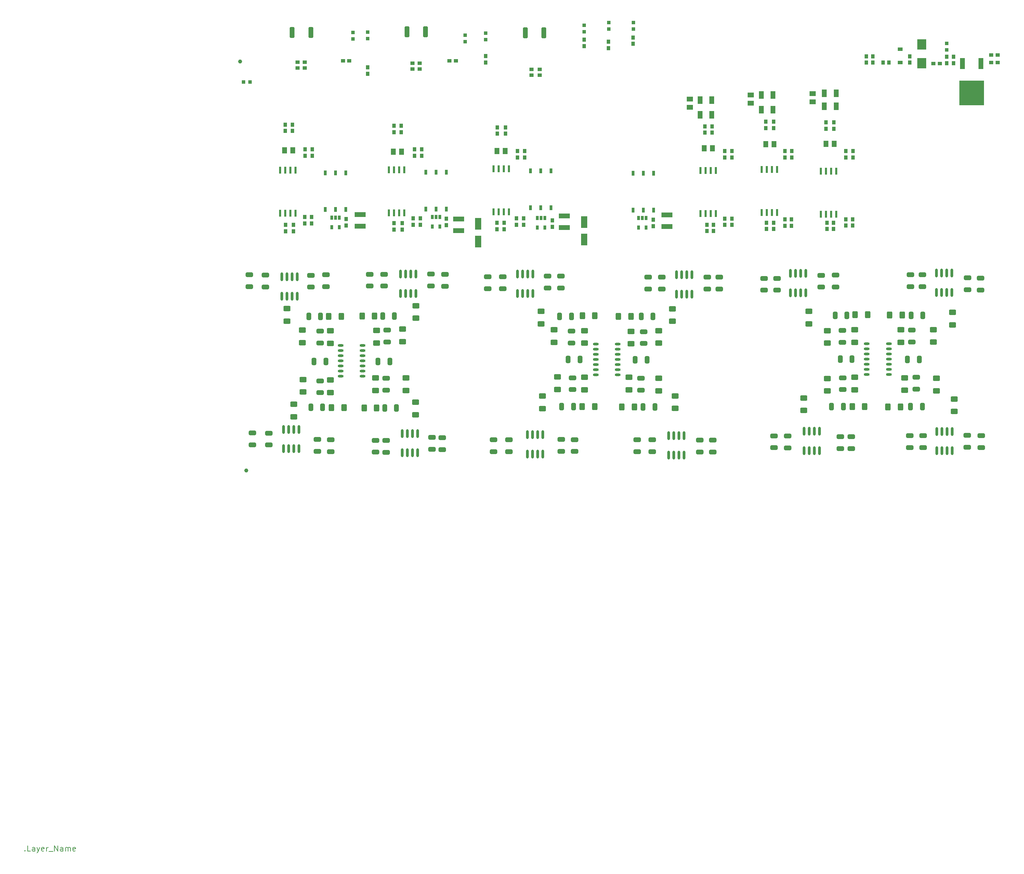
<source format=gbr>
%TF.GenerationSoftware,KiCad,Pcbnew,(5.99.0-10177-gd878cbddbc)*%
%TF.CreationDate,2021-05-11T02:45:32+02:00*%
%TF.ProjectId,TIDA-00555_E2,54494441-2d30-4303-9535-355f45322e6b,rev?*%
%TF.SameCoordinates,Original*%
%TF.FileFunction,Paste,Top*%
%TF.FilePolarity,Positive*%
%FSLAX46Y46*%
G04 Gerber Fmt 4.6, Leading zero omitted, Abs format (unit mm)*
G04 Created by KiCad (PCBNEW (5.99.0-10177-gd878cbddbc)) date 2021-05-11 02:45:32*
%MOMM*%
%LPD*%
G01*
G04 APERTURE LIST*
G04 Aperture macros list*
%AMRoundRect*
0 Rectangle with rounded corners*
0 $1 Rounding radius*
0 $2 $3 $4 $5 $6 $7 $8 $9 X,Y pos of 4 corners*
0 Add a 4 corners polygon primitive as box body*
4,1,4,$2,$3,$4,$5,$6,$7,$8,$9,$2,$3,0*
0 Add four circle primitives for the rounded corners*
1,1,$1+$1,$2,$3*
1,1,$1+$1,$4,$5*
1,1,$1+$1,$6,$7*
1,1,$1+$1,$8,$9*
0 Add four rect primitives between the rounded corners*
20,1,$1+$1,$2,$3,$4,$5,0*
20,1,$1+$1,$4,$5,$6,$7,0*
20,1,$1+$1,$6,$7,$8,$9,0*
20,1,$1+$1,$8,$9,$2,$3,0*%
G04 Aperture macros list end*
%ADD10C,0.203200*%
%ADD11R,0.600000X1.800000*%
%ADD12RoundRect,0.249900X-0.362600X-1.075100X0.362600X-1.075100X0.362600X1.075100X-0.362600X1.075100X0*%
%ADD13R,0.939800X0.990600*%
%ADD14O,0.599999X2.200001*%
%ADD15RoundRect,0.250000X0.625000X-0.400000X0.625000X0.400000X-0.625000X0.400000X-0.625000X-0.400000X0*%
%ADD16RoundRect,0.250000X0.650000X-0.325000X0.650000X0.325000X-0.650000X0.325000X-0.650000X-0.325000X0*%
%ADD17RoundRect,0.249550X0.650450X-0.325450X0.650450X0.325450X-0.650450X0.325450X-0.650450X-0.325450X0*%
%ADD18RoundRect,0.250000X-0.650000X0.325000X-0.650000X-0.325000X0.650000X-0.325000X0.650000X0.325000X0*%
%ADD19RoundRect,0.249550X-0.650450X0.325450X-0.650450X-0.325450X0.650450X-0.325450X0.650450X0.325450X0*%
%ADD20RoundRect,0.250000X-0.400000X-0.625000X0.400000X-0.625000X0.400000X0.625000X-0.400000X0.625000X0*%
%ADD21R,0.990600X0.939800*%
%ADD22R,1.219200X0.914400*%
%ADD23RoundRect,0.249550X0.325450X0.650450X-0.325450X0.650450X-0.325450X-0.650450X0.325450X-0.650450X0*%
%ADD24RoundRect,0.250000X0.325000X0.650000X-0.325000X0.650000X-0.325000X-0.650000X0.325000X-0.650000X0*%
%ADD25RoundRect,0.250000X-0.325000X-0.650000X0.325000X-0.650000X0.325000X0.650000X-0.325000X0.650000X0*%
%ADD26RoundRect,0.250000X-0.625000X0.400000X-0.625000X-0.400000X0.625000X-0.400000X0.625000X0.400000X0*%
%ADD27R,2.692400X1.295400*%
%ADD28R,0.812800X0.812800*%
%ADD29RoundRect,0.249600X-0.625400X0.400400X-0.625400X-0.400400X0.625400X-0.400400X0.625400X0.400400X0*%
%ADD30R,1.295400X1.828800*%
%ADD31RoundRect,0.250000X0.400000X0.625000X-0.400000X0.625000X-0.400000X-0.625000X0.400000X-0.625000X0*%
%ADD32R,0.635000X1.270000*%
%ADD33RoundRect,0.249600X0.625400X-0.400400X0.625400X0.400400X-0.625400X0.400400X-0.625400X-0.400400X0*%
%ADD34R,0.635000X1.092200*%
%ADD35C,0.990600*%
%ADD36R,1.270000X1.600200*%
%ADD37R,1.600200X1.270000*%
%ADD38O,1.450000X0.599999*%
%ADD39R,1.574800X2.997200*%
%ADD40R,2.286000X2.540000*%
%ADD41R,1.193800X2.794000*%
%ADD42R,6.096000X6.096000*%
G04 APERTURE END LIST*
D10*
X27628508Y-229054572D02*
X27695274Y-229118048D01*
X27628508Y-229181524D01*
X27561742Y-229118048D01*
X27628508Y-229054572D01*
X27628508Y-229181524D01*
X28963822Y-229181524D02*
X28296165Y-229181524D01*
X28296165Y-227848532D01*
X30032074Y-229181524D02*
X30032074Y-228483290D01*
X29965308Y-228356338D01*
X29831777Y-228292862D01*
X29564714Y-228292862D01*
X29431182Y-228356338D01*
X30032074Y-229118048D02*
X29898542Y-229181524D01*
X29564714Y-229181524D01*
X29431182Y-229118048D01*
X29364417Y-228991096D01*
X29364417Y-228864145D01*
X29431182Y-228737193D01*
X29564714Y-228673717D01*
X29898542Y-228673717D01*
X30032074Y-228610241D01*
X30566200Y-228292862D02*
X30900028Y-229181524D01*
X31233857Y-228292862D02*
X30900028Y-229181524D01*
X30766497Y-229498903D01*
X30699731Y-229562379D01*
X30566200Y-229625854D01*
X32302108Y-229118048D02*
X32168577Y-229181524D01*
X31901514Y-229181524D01*
X31767982Y-229118048D01*
X31701217Y-228991096D01*
X31701217Y-228483290D01*
X31767982Y-228356338D01*
X31901514Y-228292862D01*
X32168577Y-228292862D01*
X32302108Y-228356338D01*
X32368874Y-228483290D01*
X32368874Y-228610241D01*
X31701217Y-228737193D01*
X32969765Y-229181524D02*
X32969765Y-228292862D01*
X32969765Y-228546766D02*
X33036531Y-228419814D01*
X33103297Y-228356338D01*
X33236828Y-228292862D01*
X33370360Y-228292862D01*
X33503891Y-229308475D02*
X34572142Y-229308475D01*
X34905971Y-229181524D02*
X34905971Y-227848532D01*
X35707160Y-229181524D01*
X35707160Y-227848532D01*
X36975708Y-229181524D02*
X36975708Y-228483290D01*
X36908942Y-228356338D01*
X36775411Y-228292862D01*
X36508348Y-228292862D01*
X36374817Y-228356338D01*
X36975708Y-229118048D02*
X36842177Y-229181524D01*
X36508348Y-229181524D01*
X36374817Y-229118048D01*
X36308051Y-228991096D01*
X36308051Y-228864145D01*
X36374817Y-228737193D01*
X36508348Y-228673717D01*
X36842177Y-228673717D01*
X36975708Y-228610241D01*
X37643365Y-229181524D02*
X37643365Y-228292862D01*
X37643365Y-228419814D02*
X37710131Y-228356338D01*
X37843662Y-228292862D01*
X38043960Y-228292862D01*
X38177491Y-228356338D01*
X38244257Y-228483290D01*
X38244257Y-229181524D01*
X38244257Y-228483290D02*
X38311022Y-228356338D01*
X38444554Y-228292862D01*
X38644851Y-228292862D01*
X38778382Y-228356338D01*
X38845148Y-228483290D01*
X38845148Y-229181524D01*
X40046931Y-229118048D02*
X39913400Y-229181524D01*
X39646337Y-229181524D01*
X39512805Y-229118048D01*
X39446040Y-228991096D01*
X39446040Y-228483290D01*
X39512805Y-228356338D01*
X39646337Y-228292862D01*
X39913400Y-228292862D01*
X40046931Y-228356338D01*
X40113697Y-228483290D01*
X40113697Y-228610241D01*
X39446040Y-228737193D01*
D11*
%TO.C,U1*%
X94615000Y-60462100D03*
X93345000Y-60462100D03*
X92075000Y-60462100D03*
X90805000Y-60462100D03*
X90805000Y-71122100D03*
X92075000Y-71122100D03*
X93345000Y-71122100D03*
X94615000Y-71122100D03*
%TD*%
%TO.C,U14*%
X228422200Y-60766900D03*
X227152200Y-60766900D03*
X225882200Y-60766900D03*
X224612200Y-60766900D03*
X224612200Y-71426900D03*
X225882200Y-71426900D03*
X227152200Y-71426900D03*
X228422200Y-71426900D03*
%TD*%
%TO.C,U12*%
X213791800Y-60309700D03*
X212521800Y-60309700D03*
X211251800Y-60309700D03*
X209981800Y-60309700D03*
X209981800Y-70969700D03*
X211251800Y-70969700D03*
X212521800Y-70969700D03*
X213791800Y-70969700D03*
%TD*%
%TO.C,U11*%
X198653400Y-60563700D03*
X197383400Y-60563700D03*
X196113400Y-60563700D03*
X194843400Y-60563700D03*
X194843400Y-71223700D03*
X196113400Y-71223700D03*
X197383400Y-71223700D03*
X198653400Y-71223700D03*
%TD*%
%TO.C,U5*%
X147447000Y-60157300D03*
X146177000Y-60157300D03*
X144907000Y-60157300D03*
X143637000Y-60157300D03*
X143637000Y-70817300D03*
X144907000Y-70817300D03*
X146177000Y-70817300D03*
X147447000Y-70817300D03*
%TD*%
%TO.C,U3*%
X121539000Y-60411300D03*
X120269000Y-60411300D03*
X118999000Y-60411300D03*
X117729000Y-60411300D03*
X117729000Y-71071300D03*
X118999000Y-71071300D03*
X120269000Y-71071300D03*
X121539000Y-71071300D03*
%TD*%
D12*
%TO.C,R1*%
X93750300Y-26365200D03*
X98375300Y-26365200D03*
%TD*%
%TO.C,R9*%
X122147500Y-26212800D03*
X126772500Y-26212800D03*
%TD*%
%TO.C,R22*%
X156084100Y-26416000D03*
X151459100Y-26416000D03*
%TD*%
D13*
%TO.C,R4*%
X93786800Y-49199800D03*
X93786800Y-50774600D03*
%TD*%
%TO.C,C43*%
X217459400Y-55727600D03*
X217459400Y-57302400D03*
%TD*%
D14*
%TO.C,U31*%
X153369400Y-86195200D03*
X152099400Y-86195200D03*
X150829400Y-86195200D03*
X149559400Y-86195200D03*
X149559400Y-90995200D03*
X150829400Y-90995200D03*
X152099400Y-90995200D03*
X153369400Y-90995200D03*
%TD*%
D15*
%TO.C,R109*%
X184505600Y-103353200D03*
X184505600Y-100253200D03*
%TD*%
D14*
%TO.C,U29*%
X120980200Y-130517600D03*
X122250200Y-130517600D03*
X123520200Y-130517600D03*
X124790200Y-130517600D03*
X124790200Y-125717600D03*
X123520200Y-125717600D03*
X122250200Y-125717600D03*
X120980200Y-125717600D03*
%TD*%
D16*
%TO.C,C196*%
X199491600Y-89949200D03*
D17*
X199491600Y-86999200D03*
%TD*%
D18*
%TO.C,C24*%
X100634800Y-112672600D03*
D19*
X100634800Y-115622600D03*
%TD*%
D15*
%TO.C,R30*%
X96266000Y-103200800D03*
X96266000Y-100100800D03*
%TD*%
D16*
%TO.C,C210*%
X224739200Y-89460600D03*
D17*
X224739200Y-86510600D03*
%TD*%
D15*
%TO.C,R113*%
X184454800Y-115138800D03*
X184454800Y-112038800D03*
%TD*%
D20*
%TO.C,R50*%
X111581600Y-119380000D03*
X114681600Y-119380000D03*
%TD*%
D21*
%TO.C,FB10*%
X254050800Y-34061400D03*
X252476000Y-34061400D03*
%TD*%
D22*
%TO.C,D13*%
X244246400Y-33782000D03*
X244246400Y-30530800D03*
%TD*%
D16*
%TO.C,C222*%
X260828000Y-129135400D03*
D17*
X260828000Y-126185400D03*
%TD*%
D21*
%TO.C,FB6*%
X155051600Y-35458400D03*
X155051600Y-36931600D03*
%TD*%
D23*
%TO.C,C186*%
X117959400Y-107848400D03*
D24*
X115009400Y-107848400D03*
%TD*%
D16*
%TO.C,C223*%
X264363200Y-129186200D03*
D17*
X264363200Y-126236200D03*
%TD*%
D25*
%TO.C,C22*%
X97839000Y-96672400D03*
X100789000Y-96672400D03*
%TD*%
D13*
%TO.C,C31*%
X98739800Y-55346600D03*
X98739800Y-56921400D03*
%TD*%
D26*
%TO.C,R112*%
X188518800Y-116407600D03*
X188518800Y-119507600D03*
%TD*%
%TO.C,R42*%
X121056400Y-99846800D03*
X121056400Y-102946800D03*
%TD*%
D18*
%TO.C,C215*%
X246786400Y-86360000D03*
D19*
X246786400Y-89310000D03*
%TD*%
D27*
%TO.C,C25*%
X161096800Y-74726800D03*
X161096800Y-71831200D03*
%TD*%
D28*
%TO.C,D2*%
X108772800Y-27990800D03*
X108772800Y-26365200D03*
%TD*%
D15*
%TO.C,R46*%
X124307600Y-121082400D03*
X124307600Y-117982400D03*
%TD*%
D28*
%TO.C,D6*%
X166049800Y-26212800D03*
X166049800Y-24587200D03*
%TD*%
D26*
%TO.C,R48*%
X121920000Y-111988000D03*
X121920000Y-115088000D03*
%TD*%
D18*
%TO.C,C213*%
X213817200Y-87272600D03*
D19*
X213817200Y-90222600D03*
%TD*%
D29*
%TO.C,R110*%
X177596800Y-100405600D03*
D26*
X177596800Y-103505600D03*
%TD*%
D18*
%TO.C,C204*%
X179158900Y-127290300D03*
D19*
X179158900Y-130240300D03*
%TD*%
D13*
%TO.C,C56*%
X151038400Y-72415400D03*
X151038400Y-73990200D03*
%TD*%
%TO.C,C62*%
X217383200Y-72669400D03*
X217383200Y-74244200D03*
%TD*%
D16*
%TO.C,C202*%
X197904100Y-130291100D03*
D17*
X197904100Y-127341100D03*
%TD*%
D13*
%TO.C,R76*%
X255803400Y-32385000D03*
X255803400Y-33959800D03*
%TD*%
%TO.C,C38*%
X151292400Y-55727600D03*
X151292400Y-57302400D03*
%TD*%
D30*
%TO.C,R72*%
X209890200Y-41808400D03*
X212785800Y-41808400D03*
%TD*%
D27*
%TO.C,C14*%
X134934800Y-75438000D03*
X134934800Y-72542400D03*
%TD*%
D13*
%TO.C,C5*%
X107121800Y-74193400D03*
X107121800Y-72618600D03*
%TD*%
%TO.C,R26*%
X146593400Y-49860200D03*
X146593400Y-51435000D03*
%TD*%
%TO.C,R57*%
X178140200Y-27584400D03*
X178140200Y-29159200D03*
%TD*%
D31*
%TO.C,R111*%
X177622800Y-96672400D03*
X174522800Y-96672400D03*
%TD*%
D13*
%TO.C,C8*%
X149539800Y-57302400D03*
X149539800Y-55727600D03*
%TD*%
D30*
%TO.C,R84*%
X225511200Y-44627800D03*
X228406800Y-44627800D03*
%TD*%
D20*
%TO.C,R131*%
X241680400Y-96367600D03*
X244780400Y-96367600D03*
%TD*%
D24*
%TO.C,C207*%
X165000200Y-107340400D03*
D23*
X162050200Y-107340400D03*
%TD*%
D26*
%TO.C,R129*%
X252476000Y-99999200D03*
X252476000Y-103099200D03*
%TD*%
D13*
%TO.C,C3*%
X124012800Y-56921400D03*
X124012800Y-55346600D03*
%TD*%
D26*
%TO.C,R36*%
X103225600Y-112496000D03*
D29*
X103225600Y-115596000D03*
%TD*%
D15*
%TO.C,R38*%
X124409200Y-97155600D03*
X124409200Y-94055600D03*
%TD*%
D26*
%TO.C,R132*%
X220421200Y-116915600D03*
X220421200Y-120015600D03*
%TD*%
D18*
%TO.C,C212*%
X210566000Y-87272600D03*
D19*
X210566000Y-90222600D03*
%TD*%
D13*
%TO.C,C64*%
X215706800Y-74244200D03*
X215706800Y-72669400D03*
%TD*%
D16*
%TO.C,C216*%
X260961400Y-90121000D03*
D17*
X260961400Y-87171000D03*
%TD*%
D24*
%TO.C,C227*%
X232359200Y-107289600D03*
D23*
X229409200Y-107289600D03*
%TD*%
D13*
%TO.C,C52*%
X235864400Y-33832800D03*
X235864400Y-32258000D03*
%TD*%
D32*
%TO.C,T2*%
X126806800Y-70104000D03*
X129346800Y-70104000D03*
X131886800Y-70104000D03*
X131886800Y-60985400D03*
X129346800Y-60985400D03*
X126806800Y-60985400D03*
%TD*%
D33*
%TO.C,R122*%
X166116000Y-114884800D03*
D15*
X166116000Y-111784800D03*
%TD*%
D18*
%TO.C,C164*%
X248208800Y-111809000D03*
D19*
X248208800Y-114759000D03*
%TD*%
D18*
%TO.C,C48*%
X163169600Y-111910600D03*
D19*
X163169600Y-114860600D03*
%TD*%
D27*
%TO.C,C50*%
X186547600Y-74472800D03*
X186547600Y-71577200D03*
%TD*%
D16*
%TO.C,C35*%
X117246400Y-103075000D03*
D17*
X117246400Y-100125000D03*
%TD*%
D24*
%TO.C,C29*%
X101297000Y-119227600D03*
X98347000Y-119227600D03*
%TD*%
D13*
%TO.C,C19*%
X230819800Y-57302400D03*
X230819800Y-55727600D03*
%TD*%
D16*
%TO.C,C191*%
X157001600Y-89663800D03*
D17*
X157001600Y-86713800D03*
%TD*%
D21*
%TO.C,C66*%
X266827000Y-33807400D03*
X268401800Y-33807400D03*
%TD*%
D32*
%TO.C,T1*%
X101914800Y-70231000D03*
X104454800Y-70231000D03*
X106994800Y-70231000D03*
X106994800Y-61112400D03*
X104454800Y-61112400D03*
X101914800Y-61112400D03*
%TD*%
D21*
%TO.C,FB5*%
X153019600Y-35458400D03*
X153019600Y-36931600D03*
%TD*%
D13*
%TO.C,FB7*%
X241477800Y-33782000D03*
X240004600Y-33782000D03*
%TD*%
D14*
%TO.C,U36*%
X220903800Y-86042800D03*
X219633800Y-86042800D03*
X218363800Y-86042800D03*
X217093800Y-86042800D03*
X217093800Y-90842800D03*
X218363800Y-90842800D03*
X219633800Y-90842800D03*
X220903800Y-90842800D03*
%TD*%
D25*
%TO.C,C41*%
X180592200Y-119176800D03*
X183542200Y-119176800D03*
%TD*%
D16*
%TO.C,C158*%
X229971600Y-103125800D03*
D17*
X229971600Y-100175800D03*
%TD*%
D34*
%TO.C,U4*%
X130286600Y-72085200D03*
X129346800Y-72085200D03*
X128407000Y-72085200D03*
X128407000Y-74472800D03*
X130286600Y-74472800D03*
%TD*%
D31*
%TO.C,R115*%
X178486400Y-119176800D03*
X175386400Y-119176800D03*
%TD*%
D34*
%TO.C,U10*%
X181391400Y-72339200D03*
X180451600Y-72339200D03*
X179511800Y-72339200D03*
X179511800Y-74726800D03*
X181391400Y-74726800D03*
%TD*%
D16*
%TO.C,C183*%
X130911600Y-129694200D03*
D17*
X130911600Y-126744200D03*
%TD*%
D18*
%TO.C,C219*%
X213055200Y-126303500D03*
D19*
X213055200Y-129253500D03*
%TD*%
D35*
%TO.C,FID1*%
X80832800Y-33528000D03*
%TD*%
D13*
%TO.C,R12*%
X118932800Y-73634600D03*
X118932800Y-75209400D03*
%TD*%
D35*
%TO.C,FID2*%
X82423000Y-134874000D03*
%TD*%
D18*
%TO.C,C194*%
X181864000Y-86946600D03*
D19*
X181864000Y-89896600D03*
%TD*%
D13*
%TO.C,R3*%
X92135800Y-74015600D03*
X92135800Y-75590400D03*
%TD*%
D34*
%TO.C,U2*%
X105394600Y-72212200D03*
X104454800Y-72212200D03*
X103515000Y-72212200D03*
X103515000Y-74599800D03*
X105394600Y-74599800D03*
%TD*%
D14*
%TO.C,U33*%
X192709800Y-86398400D03*
X191439800Y-86398400D03*
X190169800Y-86398400D03*
X188899800Y-86398400D03*
X188899800Y-91198400D03*
X190169800Y-91198400D03*
X191439800Y-91198400D03*
X192709800Y-91198400D03*
%TD*%
D24*
%TO.C,C37*%
X119585000Y-119380000D03*
X116635000Y-119380000D03*
%TD*%
D13*
%TO.C,C70*%
X230845200Y-74218800D03*
X230845200Y-72644000D03*
%TD*%
D14*
%TO.C,U28*%
X124354200Y-86246000D03*
X123084200Y-86246000D03*
X121814200Y-86246000D03*
X120544200Y-86246000D03*
X120544200Y-91046000D03*
X121814200Y-91046000D03*
X123084200Y-91046000D03*
X124354200Y-91046000D03*
%TD*%
D16*
%TO.C,C197*%
X196545200Y-89949200D03*
D17*
X196545200Y-86999200D03*
%TD*%
D36*
%TO.C,C2*%
X93913800Y-55575200D03*
X91881800Y-55575200D03*
%TD*%
D13*
%TO.C,R86*%
X225917600Y-48615600D03*
X225917600Y-50190400D03*
%TD*%
D28*
%TO.C,D11*%
X178191000Y-25501600D03*
X178191000Y-23876000D03*
%TD*%
D15*
%TO.C,R118*%
X166116000Y-103353200D03*
D33*
X166116000Y-100253200D03*
%TD*%
D36*
%TO.C,C61*%
X213039800Y-54076600D03*
X211007800Y-54076600D03*
%TD*%
D14*
%TO.C,U37*%
X257024400Y-85941200D03*
X255754400Y-85941200D03*
X254484400Y-85941200D03*
X253214400Y-85941200D03*
X253214400Y-90741200D03*
X254484400Y-90741200D03*
X255754400Y-90741200D03*
X257024400Y-90741200D03*
%TD*%
D13*
%TO.C,C54*%
X125460600Y-72415400D03*
X125460600Y-73990200D03*
%TD*%
D15*
%TO.C,R125*%
X226263200Y-103353200D03*
X226263200Y-100253200D03*
%TD*%
D36*
%TO.C,C9*%
X120863200Y-55880000D03*
X118831200Y-55880000D03*
%TD*%
D13*
%TO.C,R7*%
X112455800Y-35026600D03*
X112455800Y-36601400D03*
%TD*%
D27*
%TO.C,C6*%
X110550800Y-74345800D03*
X110550800Y-71450200D03*
%TD*%
D18*
%TO.C,C225*%
X249936000Y-126287000D03*
D19*
X249936000Y-129237000D03*
%TD*%
D23*
%TO.C,C206*%
X181611800Y-107442000D03*
D24*
X178661800Y-107442000D03*
%TD*%
D29*
%TO.C,R126*%
X232968800Y-100050000D03*
D26*
X232968800Y-103150000D03*
%TD*%
D16*
%TO.C,C200*%
X160354400Y-130177400D03*
D17*
X160354400Y-127227400D03*
%TD*%
D20*
%TO.C,R139*%
X241223200Y-119126000D03*
X244323200Y-119126000D03*
%TD*%
D18*
%TO.C,C172*%
X83180800Y-86358200D03*
D19*
X83180800Y-89308200D03*
%TD*%
D13*
%TO.C,C11*%
X200847800Y-57302400D03*
X200847800Y-55727600D03*
%TD*%
%TO.C,R5*%
X94040800Y-74015600D03*
X94040800Y-75590400D03*
%TD*%
D14*
%TO.C,U38*%
X220497400Y-129958800D03*
X221767400Y-129958800D03*
X223037400Y-129958800D03*
X224307400Y-129958800D03*
X224307400Y-125158800D03*
X223037400Y-125158800D03*
X221767400Y-125158800D03*
X220497400Y-125158800D03*
%TD*%
D15*
%TO.C,R116*%
X155346400Y-98578000D03*
X155346400Y-95478000D03*
%TD*%
D13*
%TO.C,C45*%
X98587400Y-72110600D03*
X98587400Y-73685400D03*
%TD*%
D16*
%TO.C,C220*%
X229463600Y-129440200D03*
D17*
X229463600Y-126490200D03*
%TD*%
D18*
%TO.C,C156*%
X180086000Y-112063000D03*
D19*
X180086000Y-115013000D03*
%TD*%
D14*
%TO.C,U26*%
X94970600Y-86906400D03*
X93700600Y-86906400D03*
X92430600Y-86906400D03*
X91160600Y-86906400D03*
X91160600Y-91706400D03*
X92430600Y-91706400D03*
X93700600Y-91706400D03*
X94970600Y-91706400D03*
%TD*%
D16*
%TO.C,C170*%
X98399600Y-89460600D03*
D17*
X98399600Y-86510600D03*
%TD*%
D26*
%TO.C,R114*%
X177088800Y-111784800D03*
D29*
X177088800Y-114884800D03*
%TD*%
D13*
%TO.C,R77*%
X212912800Y-48463200D03*
X212912800Y-50038000D03*
%TD*%
D21*
%TO.C,C65*%
X266827000Y-31902400D03*
X268401800Y-31902400D03*
%TD*%
D13*
%TO.C,R55*%
X172018800Y-28676600D03*
X172018800Y-30251400D03*
%TD*%
D16*
%TO.C,C40*%
X162864800Y-103278200D03*
D17*
X162864800Y-100328200D03*
%TD*%
D13*
%TO.C,C13*%
X131886800Y-74066400D03*
X131886800Y-72491600D03*
%TD*%
D18*
%TO.C,C214*%
X249783600Y-86409000D03*
D19*
X249783600Y-89359000D03*
%TD*%
D18*
%TO.C,C224*%
X246634000Y-126287000D03*
D19*
X246634000Y-129237000D03*
%TD*%
D37*
%TO.C,R59*%
X192211800Y-42849800D03*
X192211800Y-44881800D03*
%TD*%
D28*
%TO.C,D1*%
X81671000Y-38608000D03*
X83296600Y-38608000D03*
%TD*%
D14*
%TO.C,U32*%
X151968200Y-130822400D03*
X153238200Y-130822400D03*
X154508200Y-130822400D03*
X155778200Y-130822400D03*
X155778200Y-126022400D03*
X154508200Y-126022400D03*
X153238200Y-126022400D03*
X151968200Y-126022400D03*
%TD*%
D13*
%TO.C,C1*%
X96961800Y-56921400D03*
X96961800Y-55346600D03*
%TD*%
%TO.C,R65*%
X197672800Y-49606200D03*
X197672800Y-51181000D03*
%TD*%
D14*
%TO.C,U39*%
X253284200Y-130009600D03*
X254554200Y-130009600D03*
X255824200Y-130009600D03*
X257094200Y-130009600D03*
X257094200Y-125209600D03*
X255824200Y-125209600D03*
X254554200Y-125209600D03*
X253284200Y-125209600D03*
%TD*%
D16*
%TO.C,C211*%
X228295200Y-89409800D03*
D17*
X228295200Y-86459800D03*
%TD*%
D21*
%TO.C,FB4*%
X125333600Y-33934400D03*
X125333600Y-35407600D03*
%TD*%
D16*
%TO.C,C171*%
X102108000Y-89359000D03*
D17*
X102108000Y-86409000D03*
%TD*%
D21*
%TO.C,FB2*%
X96885600Y-33680400D03*
X96885600Y-35153600D03*
%TD*%
D13*
%TO.C,R23*%
X144459800Y-73507600D03*
X144459800Y-75082400D03*
%TD*%
D24*
%TO.C,C155*%
X162917400Y-96723200D03*
X159967400Y-96723200D03*
%TD*%
D28*
%TO.C,D4*%
X136585800Y-28625800D03*
X136585800Y-27000200D03*
%TD*%
D13*
%TO.C,R15*%
X120964800Y-73634600D03*
X120964800Y-75209400D03*
%TD*%
D18*
%TO.C,C184*%
X114350800Y-127404600D03*
D19*
X114350800Y-130354600D03*
%TD*%
D16*
%TO.C,C180*%
X100025200Y-130151400D03*
D17*
X100025200Y-127201400D03*
%TD*%
D20*
%TO.C,R123*%
X165531200Y-119024400D03*
X168631200Y-119024400D03*
%TD*%
D13*
%TO.C,R74*%
X211007800Y-48463200D03*
X211007800Y-50038000D03*
%TD*%
D18*
%TO.C,C199*%
X143590400Y-127278200D03*
D19*
X143590400Y-130228200D03*
%TD*%
D36*
%TO.C,C55*%
X197799800Y-55092600D03*
X195767800Y-55092600D03*
%TD*%
D18*
%TO.C,C205*%
X182867300Y-127290300D03*
D19*
X182867300Y-130240300D03*
%TD*%
D30*
%TO.C,R85*%
X225511200Y-41402000D03*
X228406800Y-41402000D03*
%TD*%
D16*
%TO.C,C177*%
X131542400Y-89257400D03*
D17*
X131542400Y-86307400D03*
%TD*%
D37*
%TO.C,R83*%
X222615600Y-41478200D03*
X222615600Y-43510200D03*
%TD*%
D26*
%TO.C,R134*%
X232968800Y-111809600D03*
D29*
X232968800Y-114909600D03*
%TD*%
D28*
%TO.C,D3*%
X112455800Y-26289000D03*
X112455800Y-27914600D03*
%TD*%
%TO.C,D9*%
X172095000Y-23901400D03*
X172095000Y-25527000D03*
%TD*%
D13*
%TO.C,C53*%
X237515400Y-33832800D03*
X237515400Y-32258000D03*
%TD*%
%TO.C,C58*%
X246659400Y-33832800D03*
X246659400Y-32258000D03*
%TD*%
D24*
%TO.C,C163*%
X230227400Y-119024400D03*
X227277400Y-119024400D03*
%TD*%
D13*
%TO.C,C67*%
X232521600Y-72644000D03*
X232521600Y-74218800D03*
%TD*%
%TO.C,R63*%
X195894800Y-49606200D03*
X195894800Y-51181000D03*
%TD*%
D26*
%TO.C,R124*%
X221691200Y-95478000D03*
X221691200Y-98578000D03*
%TD*%
D13*
%TO.C,R64*%
X196402800Y-73990200D03*
X196402800Y-75565000D03*
%TD*%
D15*
%TO.C,R120*%
X155702000Y-119558400D03*
X155702000Y-116458400D03*
%TD*%
D23*
%TO.C,C226*%
X249023400Y-107340400D03*
D24*
X246073400Y-107340400D03*
%TD*%
D13*
%TO.C,R75*%
X211134800Y-73482200D03*
X211134800Y-75057000D03*
%TD*%
D26*
%TO.C,R137*%
X253238000Y-112038800D03*
X253238000Y-115138800D03*
%TD*%
D21*
%TO.C,FB3*%
X123555600Y-33934400D03*
X123555600Y-35407600D03*
%TD*%
D18*
%TO.C,C174*%
X116476000Y-86256600D03*
D19*
X116476000Y-89206600D03*
%TD*%
D31*
%TO.C,R135*%
X235484000Y-119024400D03*
X232384000Y-119024400D03*
%TD*%
D18*
%TO.C,C185*%
X117043200Y-127455400D03*
D19*
X117043200Y-130405400D03*
%TD*%
D16*
%TO.C,C182*%
X128371600Y-129643400D03*
D17*
X128371600Y-126693400D03*
%TD*%
D31*
%TO.C,R32*%
X105893200Y-96672400D03*
X102793200Y-96672400D03*
%TD*%
D26*
%TO.C,R117*%
X158597600Y-100050000D03*
X158597600Y-103150000D03*
%TD*%
D30*
%TO.C,R61*%
X194701000Y-46786800D03*
X197596600Y-46786800D03*
%TD*%
D13*
%TO.C,C12*%
X123733400Y-73990200D03*
X123733400Y-72415400D03*
%TD*%
D16*
%TO.C,C21*%
X100685600Y-103278200D03*
D17*
X100685600Y-100328200D03*
%TD*%
D15*
%TO.C,R43*%
X114604800Y-103302400D03*
D33*
X114604800Y-100202400D03*
%TD*%
D14*
%TO.C,U34*%
X186969400Y-131076400D03*
X188239400Y-131076400D03*
X189509400Y-131076400D03*
X190779400Y-131076400D03*
X190779400Y-126276400D03*
X189509400Y-126276400D03*
X188239400Y-126276400D03*
X186969400Y-126276400D03*
%TD*%
D38*
%TO.C,U25*%
X105732999Y-103936800D03*
X105732999Y-105206800D03*
X105732999Y-106476800D03*
X105732999Y-107746800D03*
X105732999Y-109016800D03*
X105732999Y-110286800D03*
X105732999Y-111556800D03*
X111182998Y-111556800D03*
X111182998Y-110286800D03*
X111182998Y-109016800D03*
X111182998Y-107746800D03*
X111182998Y-106476800D03*
X111182998Y-105206800D03*
X111182998Y-103936800D03*
%TD*%
D13*
%TO.C,R66*%
X198053800Y-73990200D03*
X198053800Y-75565000D03*
%TD*%
D15*
%TO.C,R35*%
X96418400Y-115443600D03*
X96418400Y-112343600D03*
%TD*%
D16*
%TO.C,C201*%
X163677600Y-130181000D03*
D17*
X163677600Y-127231000D03*
%TD*%
D18*
%TO.C,C192*%
X145876400Y-86917000D03*
D19*
X145876400Y-89867000D03*
%TD*%
D18*
%TO.C,C173*%
X87092400Y-86459800D03*
D19*
X87092400Y-89409800D03*
%TD*%
D39*
%TO.C,C28*%
X166024400Y-73329800D03*
X166024400Y-77698600D03*
%TD*%
D13*
%TO.C,R25*%
X146237800Y-73507600D03*
X146237800Y-75082400D03*
%TD*%
D30*
%TO.C,R60*%
X194701000Y-43103800D03*
X197596600Y-43103800D03*
%TD*%
D14*
%TO.C,U27*%
X91617800Y-129501600D03*
X92887800Y-129501600D03*
X94157800Y-129501600D03*
X95427800Y-129501600D03*
X95427800Y-124701600D03*
X94157800Y-124701600D03*
X92887800Y-124701600D03*
X91617800Y-124701600D03*
%TD*%
D13*
%TO.C,C49*%
X183118600Y-74320400D03*
X183118600Y-72745600D03*
%TD*%
%TO.C,R24*%
X144561400Y-49860200D03*
X144561400Y-51435000D03*
%TD*%
D36*
%TO.C,C18*%
X146466400Y-55727600D03*
X144434400Y-55727600D03*
%TD*%
D33*
%TO.C,R49*%
X114350800Y-115088000D03*
D15*
X114350800Y-111988000D03*
%TD*%
%TO.C,R130*%
X244449600Y-103150000D03*
D33*
X244449600Y-100050000D03*
%TD*%
D38*
%TO.C,U30*%
X168877399Y-103581200D03*
X168877399Y-104851200D03*
X168877399Y-106121200D03*
X168877399Y-107391200D03*
X168877399Y-108661200D03*
X168877399Y-109931200D03*
X168877399Y-111201200D03*
X174327398Y-111201200D03*
X174327398Y-109931200D03*
X174327398Y-108661200D03*
X174327398Y-107391200D03*
X174327398Y-106121200D03*
X174327398Y-104851200D03*
X174327398Y-103581200D03*
%TD*%
D40*
%TO.C,C59*%
X249580400Y-34010600D03*
X249580400Y-29286200D03*
%TD*%
D36*
%TO.C,C68*%
X227949600Y-53975000D03*
X225917600Y-53975000D03*
%TD*%
D21*
%TO.C,FB1*%
X95107600Y-33680400D03*
X95107600Y-35153600D03*
%TD*%
D13*
%TO.C,C42*%
X202575000Y-55727600D03*
X202575000Y-57302400D03*
%TD*%
D25*
%TO.C,C160*%
X246937000Y-96418400D03*
X249887000Y-96418400D03*
%TD*%
D16*
%TO.C,C161*%
X247142000Y-103024200D03*
D17*
X247142000Y-100074200D03*
%TD*%
D13*
%TO.C,R33*%
X166049800Y-28168600D03*
X166049800Y-29743400D03*
%TD*%
D19*
%TO.C,C36*%
X117043200Y-112063000D03*
X117043200Y-115013000D03*
%TD*%
D15*
%TO.C,R136*%
X257606800Y-120269600D03*
X257606800Y-117169600D03*
%TD*%
D16*
%TO.C,C190*%
X160303600Y-89663800D03*
D17*
X160303600Y-86713800D03*
%TD*%
D16*
%TO.C,C217*%
X264160000Y-90171800D03*
D17*
X264160000Y-87221800D03*
%TD*%
D16*
%TO.C,C221*%
X232156000Y-129440200D03*
D17*
X232156000Y-126490200D03*
%TD*%
D13*
%TO.C,C17*%
X215706800Y-57302400D03*
X215706800Y-55727600D03*
%TD*%
D25*
%TO.C,C34*%
X116127000Y-96621600D03*
X119077000Y-96621600D03*
%TD*%
D18*
%TO.C,C162*%
X230022400Y-111910600D03*
D19*
X230022400Y-114860600D03*
%TD*%
D28*
%TO.C,D14*%
X255803400Y-29057600D03*
X255803400Y-30683200D03*
%TD*%
D18*
%TO.C,C175*%
X112920000Y-86256600D03*
D19*
X112920000Y-89206600D03*
%TD*%
D13*
%TO.C,C23*%
X158201200Y-74498200D03*
X158201200Y-72923400D03*
%TD*%
D26*
%TO.C,R29*%
X92456000Y-94766800D03*
X92456000Y-97866800D03*
%TD*%
D31*
%TO.C,R37*%
X106604400Y-119278400D03*
X103504400Y-119278400D03*
%TD*%
D26*
%TO.C,R121*%
X159461200Y-111734000D03*
X159461200Y-114834000D03*
%TD*%
D20*
%TO.C,R45*%
X111073600Y-96621600D03*
X114173600Y-96621600D03*
%TD*%
D26*
%TO.C,R34*%
X94132400Y-118490400D03*
X94132400Y-121590400D03*
%TD*%
D13*
%TO.C,R14*%
X120736200Y-49504600D03*
X120736200Y-51079400D03*
%TD*%
%TO.C,C33*%
X125790800Y-55346600D03*
X125790800Y-56921400D03*
%TD*%
D24*
%TO.C,C39*%
X183085000Y-96672400D03*
X180135000Y-96672400D03*
%TD*%
D25*
%TO.C,C157*%
X160424600Y-119024400D03*
X163374600Y-119024400D03*
%TD*%
D24*
%TO.C,C165*%
X249734600Y-119075200D03*
X246784600Y-119075200D03*
%TD*%
D13*
%TO.C,C57*%
X200847800Y-74041000D03*
X200847800Y-72466200D03*
%TD*%
D37*
%TO.C,R71*%
X207274000Y-41833800D03*
X207274000Y-43865800D03*
%TD*%
D31*
%TO.C,R127*%
X236195200Y-96316800D03*
X233095200Y-96316800D03*
%TD*%
D39*
%TO.C,C16*%
X139760800Y-73761600D03*
X139760800Y-78130400D03*
%TD*%
D16*
%TO.C,C203*%
X194631700Y-130291100D03*
D17*
X194631700Y-127341100D03*
%TD*%
D13*
%TO.C,C20*%
X149311200Y-73990200D03*
X149311200Y-72415400D03*
%TD*%
%TO.C,C44*%
X232572400Y-55727600D03*
X232572400Y-57302400D03*
%TD*%
D33*
%TO.C,R138*%
X245364000Y-115037200D03*
D15*
X245364000Y-111937200D03*
%TD*%
D21*
%TO.C,R19*%
X134249000Y-33401000D03*
X132674200Y-33401000D03*
%TD*%
D28*
%TO.C,D5*%
X141665800Y-26492200D03*
X141665800Y-28117800D03*
%TD*%
D16*
%TO.C,C154*%
X180746400Y-103430600D03*
D17*
X180746400Y-100480600D03*
%TD*%
D38*
%TO.C,U35*%
X236002401Y-103479600D03*
X236002401Y-104749600D03*
X236002401Y-106019600D03*
X236002401Y-107289600D03*
X236002401Y-108559600D03*
X236002401Y-109829600D03*
X236002401Y-111099600D03*
X241452400Y-111099600D03*
X241452400Y-109829600D03*
X241452400Y-108559600D03*
X241452400Y-107289600D03*
X241452400Y-106019600D03*
X241452400Y-104749600D03*
X241452400Y-103479600D03*
%TD*%
D26*
%TO.C,R108*%
X187858400Y-94817600D03*
X187858400Y-97917600D03*
%TD*%
D30*
%TO.C,R73*%
X209890200Y-45491400D03*
X212785800Y-45491400D03*
%TD*%
D13*
%TO.C,R88*%
X227771800Y-73482200D03*
X227771800Y-75057000D03*
%TD*%
%TO.C,R2*%
X92008800Y-49199800D03*
X92008800Y-50774600D03*
%TD*%
%TO.C,R78*%
X212912800Y-73482200D03*
X212912800Y-75057000D03*
%TD*%
D41*
%TO.C,U13*%
X264287000Y-34061400D03*
D42*
X262001000Y-41325800D03*
D41*
X259715000Y-34061400D03*
%TD*%
D18*
%TO.C,C179*%
X83870800Y-125575800D03*
D19*
X83870800Y-128525800D03*
%TD*%
D13*
%TO.C,C4*%
X96834800Y-73685400D03*
X96834800Y-72110600D03*
%TD*%
D16*
%TO.C,C181*%
X103276400Y-130202200D03*
D17*
X103276400Y-127252200D03*
%TD*%
D29*
%TO.C,R31*%
X103225600Y-100304000D03*
D26*
X103225600Y-103404000D03*
%TD*%
D34*
%TO.C,U6*%
X156321600Y-72288400D03*
X155381800Y-72288400D03*
X154442000Y-72288400D03*
X154442000Y-74676000D03*
X156321600Y-74676000D03*
%TD*%
D18*
%TO.C,C198*%
X147400400Y-127278200D03*
D19*
X147400400Y-130228200D03*
%TD*%
D13*
%TO.C,R11*%
X118958200Y-49504600D03*
X118958200Y-51079400D03*
%TD*%
%TO.C,R21*%
X141665800Y-32232600D03*
X141665800Y-33807400D03*
%TD*%
D21*
%TO.C,R6*%
X107909200Y-33401000D03*
X106334400Y-33401000D03*
%TD*%
D15*
%TO.C,R133*%
X226263200Y-115189600D03*
X226263200Y-112089600D03*
%TD*%
D25*
%TO.C,C159*%
X228141000Y-96418400D03*
X231091000Y-96418400D03*
%TD*%
D18*
%TO.C,C178*%
X87985600Y-125626600D03*
D19*
X87985600Y-128576600D03*
%TD*%
D13*
%TO.C,R89*%
X227822600Y-48615600D03*
X227822600Y-50190400D03*
%TD*%
%TO.C,C63*%
X257454400Y-33959800D03*
X257454400Y-32385000D03*
%TD*%
D18*
%TO.C,C195*%
X185216800Y-86997400D03*
D19*
X185216800Y-89947400D03*
%TD*%
D13*
%TO.C,R87*%
X226120800Y-73482200D03*
X226120800Y-75057000D03*
%TD*%
D18*
%TO.C,C193*%
X142168000Y-86864400D03*
D19*
X142168000Y-89814400D03*
%TD*%
D32*
%TO.C,T3*%
X152740200Y-69799200D03*
X155280200Y-69799200D03*
X157820200Y-69799200D03*
X157820200Y-60680600D03*
X155280200Y-60680600D03*
X152740200Y-60680600D03*
%TD*%
D16*
%TO.C,C176*%
X128088000Y-89155800D03*
D17*
X128088000Y-86205800D03*
%TD*%
D15*
%TO.C,R128*%
X257200400Y-98832000D03*
X257200400Y-95732000D03*
%TD*%
D32*
%TO.C,T5*%
X178165600Y-70358000D03*
X180705600Y-70358000D03*
X183245600Y-70358000D03*
X183245600Y-61239400D03*
X180705600Y-61239400D03*
X178165600Y-61239400D03*
%TD*%
D13*
%TO.C,C60*%
X202575000Y-72466200D03*
X202575000Y-74041000D03*
%TD*%
D24*
%TO.C,C187*%
X102109800Y-107848400D03*
D23*
X99159800Y-107848400D03*
%TD*%
D20*
%TO.C,R119*%
X165582000Y-96520000D03*
X168682000Y-96520000D03*
%TD*%
D18*
%TO.C,C218*%
X216408000Y-126354300D03*
D19*
X216408000Y-129304300D03*
%TD*%
M02*

</source>
